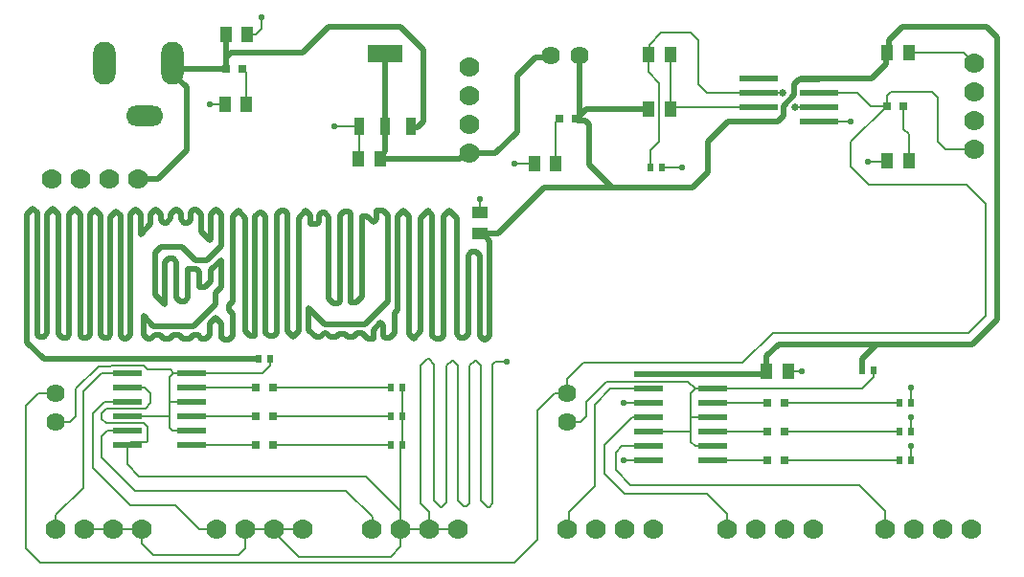
<source format=gtl>
G04*
G04 #@! TF.GenerationSoftware,Altium Limited,Altium Designer,22.1.2 (22)*
G04*
G04 Layer_Physical_Order=1*
G04 Layer_Color=255*
%FSLAX25Y25*%
%MOIN*%
G70*
G04*
G04 #@! TF.SameCoordinates,52BC5A9B-E7CF-49AA-A5AC-D027EE08C1C4*
G04*
G04*
G04 #@! TF.FilePolarity,Positive*
G04*
G01*
G75*
%ADD10C,0.02000*%
%ADD12C,0.00600*%
%ADD20R,0.03150X0.03150*%
%ADD21R,0.02362X0.02756*%
%ADD22R,0.03937X0.05709*%
%ADD23R,0.12200X0.06300*%
%ADD24R,0.03300X0.06300*%
%ADD25R,0.10433X0.02362*%
%ADD26R,0.13386X0.02362*%
%ADD27R,0.05709X0.03937*%
%ADD40C,0.07000*%
%ADD41C,0.06378*%
%ADD42O,0.07874X0.14961*%
%ADD43O,0.12992X0.07087*%
%ADD44C,0.02200*%
%ADD45C,0.02500*%
D10*
X85828Y84328D02*
Y126000D01*
X84172Y84328D02*
X85828D01*
Y126000D02*
X87328Y127500D01*
X82500Y86000D02*
X84172Y84328D01*
X82500Y86000D02*
Y125500D01*
X80000Y128000D02*
X82500Y125500D01*
X88000Y127500D02*
X89500Y126000D01*
Y85500D02*
X90672Y84328D01*
X92328D02*
X93500Y85500D01*
X89500D02*
Y126000D01*
X90672Y84328D02*
X92328D01*
X93500Y85500D02*
Y126828D01*
X87328Y127500D02*
X88000D01*
X269563Y164563D02*
X273437Y168437D01*
X261051Y159181D02*
X267828D01*
X269563Y160916D01*
Y164563D01*
X55672Y111250D02*
X57328D01*
X58500Y110078D01*
X51000Y98750D02*
Y113250D01*
X54500Y95250D02*
Y110078D01*
X53000Y115250D02*
X60500D01*
X51000Y113250D02*
X53000Y115250D01*
X51000Y98750D02*
X54500Y95250D01*
Y110078D02*
X55672Y111250D01*
X61328Y96578D02*
X62500Y97750D01*
X59672Y96578D02*
X61328D01*
X58500Y97750D02*
X59672Y96578D01*
X58500Y97750D02*
Y110078D01*
X13500Y85250D02*
Y126750D01*
X12328Y84078D02*
X13500Y85250D01*
X10000Y84750D02*
X10672Y84078D01*
X12328D01*
X10000Y84750D02*
Y127250D01*
X18599Y83901D02*
X20256D01*
X17500Y85000D02*
X18599Y83901D01*
X20256D02*
X21000Y84645D01*
Y126750D01*
X17500Y85000D02*
Y126750D01*
X27493Y83664D02*
X28500Y84672D01*
Y126750D01*
X25836Y83664D02*
X27493D01*
X25000Y84500D02*
X25836Y83664D01*
X25000Y84500D02*
Y126750D01*
X32000Y84593D02*
Y126250D01*
X34578Y83672D02*
X35500Y84593D01*
X32000D02*
X32922Y83672D01*
X35500Y84593D02*
Y125750D01*
X32922Y83672D02*
X34578D01*
X128172Y125172D02*
Y128000D01*
X127000Y124000D02*
X128172Y125172D01*
X130500Y128000D02*
X132000Y126500D01*
X124781Y126219D02*
X127000Y124000D01*
X128172Y128000D02*
X130500D01*
X123000Y126219D02*
X124781D01*
X115500Y96500D02*
Y126506D01*
X119000Y96000D02*
Y127006D01*
X115500Y126506D02*
X116672Y127678D01*
X118328D02*
X119000Y127006D01*
X116672Y127678D02*
X118328D01*
X97000Y86000D02*
Y127000D01*
X96000Y128000D02*
X97000Y127000D01*
X93500Y126828D02*
X94672Y128000D01*
X96000D01*
X198028Y159425D02*
Y160575D01*
X58336Y76319D02*
X86819D01*
X12181D02*
X46499D01*
X165500Y83000D02*
X166000D01*
X167500Y84500D01*
X164000D02*
X165500Y83000D01*
X156000Y85000D02*
X157172Y83828D01*
X158828D01*
X160000Y85000D01*
Y112500D01*
X161172Y113672D02*
X162828D01*
X164000Y112500D01*
X160000D02*
X161172Y113672D01*
X156000Y85000D02*
Y125500D01*
X164000Y84500D02*
Y112500D01*
X167500Y84500D02*
Y117396D01*
X164886Y120010D02*
X167500Y117396D01*
X164000Y120010D02*
X164886D01*
X150328Y83328D02*
X151500Y84500D01*
X147500D02*
X148672Y83328D01*
X150328D01*
X147500Y84500D02*
Y126500D01*
X86819Y76319D02*
X87000Y76500D01*
X6500Y82000D02*
X12181Y76319D01*
X46537Y76281D02*
X58298D01*
X58336Y76319D01*
X123000Y98000D02*
Y126219D01*
X151500Y84500D02*
Y126000D01*
X135500Y93500D02*
Y126000D01*
X143500Y86000D02*
Y125500D01*
X139500Y85000D02*
Y126000D01*
X132000Y96500D02*
Y126500D01*
X111500Y97500D02*
Y125891D01*
X101000Y86000D02*
Y125500D01*
X78000Y96500D02*
Y126000D01*
X74000Y101250D02*
Y110750D01*
X70500Y103250D02*
Y107250D01*
X66500Y101250D02*
Y106750D01*
X62500Y97750D02*
Y107750D01*
X42500Y84750D02*
Y126750D01*
X39000Y84422D02*
Y126250D01*
X46499Y76319D02*
X46537Y76281D01*
X6500Y82000D02*
Y126750D01*
X13500D02*
X15500Y128750D01*
X28500Y126750D02*
X30000Y128250D01*
X23000Y128750D02*
X25000Y126750D01*
X15500Y128750D02*
X17500Y126750D01*
X21000D02*
X23000Y128750D01*
X30000Y128250D02*
X32000Y126250D01*
X6500Y126750D02*
X8500Y128750D01*
X10000Y127250D01*
X164886Y120010D02*
X170510D01*
X186500Y136000D01*
X210000D01*
X169500Y148000D02*
X177000Y155500D01*
X160500Y148000D02*
X169500D01*
X177000Y155500D02*
Y175000D01*
X159147Y148000D02*
X160500D01*
X153500Y128000D02*
X156000Y125500D01*
X151500Y126000D02*
X153500Y128000D01*
X146000D02*
X147500Y126500D01*
X143500Y125500D02*
X146000Y128000D01*
X141000Y83500D02*
X143500Y86000D01*
X139500Y85000D02*
X141000Y83500D01*
X137500Y128000D02*
X139500Y126000D01*
X135500D02*
X137500Y128000D01*
X134500Y92500D02*
X135500Y93500D01*
X134500Y85500D02*
Y92500D01*
X132828Y83828D02*
X134500Y85500D01*
X130500Y84500D02*
X131172Y83828D01*
X132828D01*
X130500Y84500D02*
Y88000D01*
X129500Y89000D02*
X130500Y88000D01*
X127000Y83500D02*
Y86500D01*
X129500Y89000D01*
X123078Y85422D02*
X125000Y83500D01*
X127000D01*
X121422Y85422D02*
X123078D01*
X120000Y84000D02*
X121422Y85422D01*
X118000Y84000D02*
X120000D01*
X117000Y85000D02*
X118000Y84000D01*
X115000Y85000D02*
X117000D01*
X112000Y84000D02*
X114000D01*
X115000Y85000D01*
X110500Y85500D02*
X112000Y84000D01*
X110000Y85500D02*
X110500D01*
X108500Y84000D02*
X110000Y85500D01*
X107000Y84000D02*
X108500D01*
X104500Y86500D02*
X107000Y84000D01*
X104500Y86500D02*
Y94000D01*
X110172Y88328D01*
X111828D01*
X112000Y88500D01*
X124000D01*
X132000Y96500D01*
X109900Y127490D02*
X111500Y125891D01*
X108991Y127490D02*
X109900D01*
X108000Y126500D02*
X108991Y127490D01*
X108000Y124000D02*
Y126500D01*
X107500Y123500D02*
X108000Y124000D01*
X105000Y123500D02*
X107500D01*
X105000D02*
Y126500D01*
X103500Y128000D02*
X105000Y126500D01*
X101000Y125500D02*
X103500Y128000D01*
X113172Y95828D02*
X114828D01*
X115500Y96500D01*
X111500Y97500D02*
X113172Y95828D01*
X121000Y96000D02*
X123000Y98000D01*
X119000Y96000D02*
X121000D01*
X37500Y127750D02*
X39000Y126250D01*
X44500Y128250D02*
X46000Y126750D01*
X44000Y128250D02*
X44500D01*
X46000Y119750D02*
X49500Y123250D01*
X51000Y128250D02*
X51500D01*
X53000Y126750D01*
Y124750D02*
Y126750D01*
Y124750D02*
X54000Y123750D01*
X55000D01*
X58828Y128250D02*
X60000Y127078D01*
X61172Y123750D02*
X62500D01*
X67000Y120750D02*
Y126750D01*
X55000Y123750D02*
X56500Y125250D01*
X70000Y117750D02*
X70500Y118250D01*
X64500Y128250D02*
X65500D01*
X46000Y119750D02*
Y126750D01*
X69000Y110750D02*
X74000Y115750D01*
X42500Y126750D02*
X44000Y128250D01*
X47000Y84750D02*
X48500Y83250D01*
X56500Y125250D02*
Y126750D01*
X68500Y101250D02*
X70500Y103250D01*
Y107250D02*
X74000Y110750D01*
X57500Y84750D02*
X59328D01*
X50922Y84672D02*
X52578D01*
X49500Y126750D02*
X51000Y128250D01*
X66500Y101250D02*
X68500D01*
X70500Y118250D02*
Y126750D01*
X52578Y84672D02*
X54000Y83250D01*
X66078Y84672D02*
X67172Y83578D01*
X68717D02*
X70000Y84861D01*
X64422Y84672D02*
X66078D01*
X59328Y84750D02*
X60828Y83250D01*
X56000D02*
X57500Y84750D01*
X49500Y123250D02*
Y126750D01*
X63000Y83250D02*
X64422Y84672D01*
X60000Y124922D02*
X61172Y123750D01*
X56500Y126750D02*
X58000Y128250D01*
X72000D02*
X72500D01*
X70000Y84861D02*
Y88750D01*
X48500Y83250D02*
X49500D01*
X64500Y87750D02*
X72000Y95250D01*
X65500Y107750D02*
X66500Y106750D01*
X40172Y83250D02*
X41000D01*
X72500Y128250D02*
X74000Y126750D01*
X54000Y83250D02*
X56000D01*
X70000Y88750D02*
X72000Y90750D01*
X47000Y91250D02*
X50500Y87750D01*
X67000Y120750D02*
X70000Y117750D01*
X72000Y99250D02*
X74000Y101250D01*
X62500Y123750D02*
X63500Y124750D01*
Y127250D02*
X64500Y128250D01*
X60500Y115250D02*
X65000Y110750D01*
X50500Y87750D02*
X64500D01*
X47000Y84750D02*
Y91250D01*
X49500Y83250D02*
X50922Y84672D01*
X41000Y83250D02*
X42500Y84750D01*
X60000Y124922D02*
Y127078D01*
X63500Y124750D02*
Y127250D01*
X72000Y95250D02*
Y99250D01*
X70500Y126750D02*
X72000Y128250D01*
X39000Y84422D02*
X40172Y83250D01*
X65500Y128250D02*
X67000Y126750D01*
X74000Y115750D02*
Y126750D01*
X67172Y83578D02*
X68717D01*
X62500Y107750D02*
X65500D01*
X60828Y83250D02*
X63000D01*
X65000Y110750D02*
X69000D01*
X58000Y128250D02*
X58828D01*
X35500Y125750D02*
X37500Y127750D01*
X99000Y84000D02*
X101000Y86000D01*
X97000D02*
X99000Y84000D01*
X76578Y93422D02*
X78000Y92000D01*
X76578Y93422D02*
Y95078D01*
X78000Y96500D01*
Y84500D02*
Y92000D01*
X74000Y83750D02*
X74250D01*
X74922Y83078D02*
X76578D01*
X74250Y83750D02*
X74922Y83078D01*
X76578D02*
X78000Y84500D01*
X74000Y83750D02*
Y88750D01*
X72000Y90750D02*
X74000Y88750D01*
X78000Y126000D02*
X80000Y128000D01*
X305760Y183000D02*
X306413Y183653D01*
X305500Y182740D02*
X305760Y183000D01*
X263760Y72000D02*
Y77356D01*
Y71969D02*
Y72000D01*
X301904Y81500D02*
X335500D01*
X344000Y90000D01*
Y188500D01*
X297031Y72500D02*
Y76565D01*
X301904Y81437D01*
X263760Y77356D02*
X267904Y81500D01*
X301904D01*
Y81437D02*
Y81500D01*
X222835Y71000D02*
X245000D01*
X202000Y144000D02*
X210000Y136000D01*
X238000D01*
X243500Y141500D01*
X245000Y71000D02*
X262791D01*
X263760Y71969D01*
X306413Y183653D02*
Y187413D01*
X311172Y192172D01*
X340328D01*
X344000Y188500D01*
X243500Y141500D02*
Y152000D01*
X250500Y159000D01*
X260870D01*
X198547Y161094D02*
X200953Y163500D01*
X198028Y160575D02*
X198547Y161094D01*
X197453Y160000D02*
X198028Y160575D01*
X200953Y163500D02*
X222760D01*
X222260Y164000D02*
X222760Y163500D01*
X198028Y159425D02*
X200575D01*
X198547Y161094D02*
Y182000D01*
X183500Y181500D02*
X188047D01*
X188547Y182000D01*
X177000Y175000D02*
X183500Y181500D01*
X75533Y177514D02*
Y189486D01*
X140100Y157400D02*
X140500Y157000D01*
X142500D02*
X144500Y159000D01*
X140500Y157000D02*
X142500D01*
X144500Y159000D02*
Y184000D01*
X136500Y192000D02*
X144500Y184000D01*
X102500Y183000D02*
X111500Y192000D01*
X77500Y183000D02*
X102500D01*
X111500Y192000D02*
X136500D01*
X200575Y159425D02*
X202000Y158000D01*
Y144000D02*
Y158000D01*
X129240Y146000D02*
X157147D01*
X159147Y148000D01*
X129240Y146886D02*
X131000Y148646D01*
X129240Y146000D02*
Y146886D01*
X131000Y148646D02*
Y157400D01*
Y182600D01*
X75547Y181047D02*
X77500Y183000D01*
X75547Y177500D02*
Y181047D01*
X45000Y139000D02*
X52000D01*
X62000Y149000D01*
X57122Y175902D02*
X62000Y171024D01*
X57122Y175902D02*
Y179500D01*
X62000Y149000D02*
Y171024D01*
X282130Y174000D02*
X300500D01*
X273437Y168437D02*
Y172084D01*
X275172Y173819D02*
X281949D01*
X273437Y172084D02*
X275172Y173819D01*
X281949D02*
X282130Y174000D01*
X305500Y179000D02*
Y182740D01*
X300500Y174000D02*
X305500Y179000D01*
X75533Y177514D02*
X75547Y177500D01*
X75520Y189500D02*
X75533Y189486D01*
X57122Y179500D02*
X59122Y177500D01*
X75547D01*
D12*
X314000Y41032D02*
Y46000D01*
X313968Y41000D02*
X314000Y41032D01*
Y51032D02*
Y56000D01*
X313968Y51000D02*
X314000Y51032D01*
X313968Y61000D02*
X314000Y61032D01*
Y66500D01*
X36500Y17000D02*
X46500D01*
X26500D02*
X36500D01*
X46500Y12000D02*
Y17000D01*
Y12000D02*
X50500Y8000D01*
X80000D01*
X92500Y17000D02*
X102500D01*
X82500D02*
X92500D01*
X82500Y10500D02*
Y17000D01*
X133000Y7500D02*
X136500Y11000D01*
Y17000D01*
X126661Y17161D02*
Y21339D01*
X117500Y30500D02*
X126661Y21339D01*
X44000Y30500D02*
X117500D01*
X66500Y17000D02*
X72500D01*
X58000Y25500D02*
X66500Y17000D01*
X146500D02*
X156500D01*
X146500D02*
Y23000D01*
X136500Y17000D02*
X146500D01*
X136500D02*
Y23500D01*
X305000Y17000D02*
Y23500D01*
X243000Y29500D02*
X250000Y22500D01*
Y17000D02*
Y22500D01*
X195000Y17500D02*
Y23000D01*
X194500Y17000D02*
X195000Y17500D01*
X296000Y32500D02*
X305000Y23500D01*
X214500Y29500D02*
X243000D01*
X101000Y7500D02*
X133000D01*
X92500Y16000D02*
X101000Y7500D01*
X80000Y8000D02*
X82500Y10500D01*
X143500Y26000D02*
X146500Y23000D01*
X124500Y35500D02*
X136500Y23500D01*
Y46031D01*
X136969Y46500D01*
X45500Y35500D02*
X124500D01*
X156500Y27000D02*
X158500Y25000D01*
X160500Y26000D02*
Y74000D01*
X159500Y25000D02*
X160500Y26000D01*
X158500Y25000D02*
X159500D01*
X156500Y27000D02*
Y74000D01*
X168500Y26000D02*
Y74500D01*
X164500Y27000D02*
X166752Y24748D01*
X167248D01*
X168500Y26000D01*
X169500Y75500D02*
X173500D01*
X168500Y74500D02*
X169500Y75500D01*
X164500Y27000D02*
Y74000D01*
X162749Y75752D02*
X164500Y74000D01*
X160500D02*
X162251Y75752D01*
X162749D01*
X154748D02*
X156500Y74000D01*
X154252Y75752D02*
X154748D01*
X152500Y74000D02*
X154252Y75752D01*
X152500Y26500D02*
Y74000D01*
X150749Y24748D02*
X152500Y26500D01*
X150251Y24748D02*
X150749D01*
X148000Y27000D02*
X150251Y24748D01*
X148000Y27000D02*
Y74500D01*
X146248Y76252D02*
X148000Y74500D01*
X145752Y76252D02*
X146248D01*
X143500Y74000D02*
X145752Y76252D01*
X143500Y26000D02*
Y74000D01*
X266430Y169048D02*
X269452D01*
X266382Y169000D02*
X266430Y169048D01*
X273548Y163952D02*
X282082D01*
X282130Y164000D01*
X56260Y72741D02*
X57500Y71500D01*
X47090Y73981D02*
X48330Y72741D01*
X35299Y73700D02*
X35580Y73981D01*
X48330Y72741D02*
X56260D01*
X35580Y73981D02*
X47090D01*
X23500Y66000D02*
X31200Y73700D01*
X35299D01*
X243000Y169000D02*
X266382D01*
X176000Y144500D02*
X183020D01*
X184000Y58500D02*
X190000Y64500D01*
X194500D01*
X184000Y13500D02*
Y58500D01*
X176000Y5500D02*
X184000Y13500D01*
X11000Y5500D02*
X176000D01*
X6000Y10500D02*
X11000Y5500D01*
X6000Y10500D02*
Y60000D01*
X10500Y64500D01*
X16500D01*
X194500D02*
Y69500D01*
X200000Y75000D01*
X255500D01*
X266000Y85500D01*
X208000Y68500D02*
X236500D01*
X200900Y61400D02*
X208000Y68500D01*
X236500D02*
X239000Y66000D01*
X266000Y85500D02*
X334000D01*
X340000Y91500D01*
Y130500D01*
X333500Y137000D02*
X340000Y130500D01*
X299500Y137000D02*
X333500D01*
X293000Y143500D02*
X299500Y137000D01*
X88000Y191500D02*
Y195500D01*
X26000Y31500D02*
Y65000D01*
X23500Y56500D02*
Y66000D01*
X26000Y65000D02*
X32500Y71500D01*
X41335D01*
X16500Y54500D02*
X21500D01*
X33500Y61500D02*
X41335D01*
X29500Y38500D02*
Y57500D01*
X32500D02*
X34019Y59019D01*
X32500Y55500D02*
X33981Y54019D01*
X29500Y57500D02*
X33500Y61500D01*
X32500Y55500D02*
Y57500D01*
X21500Y54500D02*
X23500Y56500D01*
X34019Y59019D02*
X47519D01*
X16500Y22000D02*
X26000Y31500D01*
X271240Y72000D02*
X276000D01*
X32500Y42000D02*
X44000Y30500D01*
X29500Y38500D02*
X42500Y25500D01*
X58000D01*
X32500Y42000D02*
Y49500D01*
X41335Y39665D02*
Y46500D01*
Y39665D02*
X45500Y35500D01*
X41335Y46500D02*
X42216Y47381D01*
X47881D01*
X48252Y47752D01*
X47052Y54019D02*
X48252Y52819D01*
Y47752D02*
Y52819D01*
X33981Y54019D02*
X47052D01*
X47519Y59019D02*
X49500Y61000D01*
Y64500D01*
X47500Y66500D02*
X49500Y64500D01*
X41335Y66500D02*
X47500D01*
X32500Y49500D02*
X34500Y51500D01*
X41335D01*
X16500Y17000D02*
Y22000D01*
X56000Y61500D02*
Y70000D01*
Y56500D02*
Y61500D01*
X63665D01*
X56000Y52500D02*
Y56500D01*
X41335D02*
X56000D01*
Y52500D02*
X57000Y51500D01*
X56000Y70000D02*
X57500Y71500D01*
X63665D01*
X57000Y51500D02*
X63665D01*
Y66500D02*
X86047D01*
X63665Y56500D02*
X86047D01*
X63665Y46500D02*
X86047D01*
X88500Y71500D02*
X90937Y73937D01*
Y76500D01*
X63665Y71500D02*
X88500D01*
X293000Y143500D02*
Y151953D01*
X136969Y46500D02*
Y56500D01*
Y66500D01*
X91953Y46500D02*
X133031D01*
X91953Y56500D02*
X133031D01*
X91953Y66500D02*
X133031D01*
X200900Y56400D02*
Y61400D01*
X194500Y54500D02*
X199000D01*
X200900Y56400D01*
X204000Y60500D02*
X209500Y66000D01*
X195000Y23000D02*
X204000Y32000D01*
Y60500D01*
X209500Y66000D02*
X222835D01*
X207500Y36500D02*
Y46500D01*
X217000Y56000D01*
X207500Y36500D02*
X214500Y29500D01*
X211248Y37751D02*
X216500Y32500D01*
X296000D01*
X211248Y37751D02*
Y43749D01*
X217000Y56000D02*
X222835D01*
X211248Y43749D02*
X213500Y46000D01*
X222835D01*
X214000Y41000D02*
X222835D01*
X214000Y61000D02*
X222835D01*
X237500Y51000D02*
Y56000D01*
Y47500D02*
Y51000D01*
X222835D02*
X237500D01*
X239000Y46000D02*
X245165D01*
X237500Y47500D02*
X239000Y46000D01*
X237500Y64500D02*
X239000Y66000D01*
X245165D01*
X237500Y56000D02*
Y64500D01*
Y56000D02*
X245165D01*
X269905Y41000D02*
X310032D01*
X270000Y51000D02*
X309531D01*
X269905Y61000D02*
X309531D01*
X245165Y41000D02*
X264000D01*
X245165Y51000D02*
X264094D01*
X245165Y61000D02*
X264000D01*
X300969Y72500D02*
X301000Y72469D01*
Y70000D02*
Y72469D01*
X297000Y66000D02*
X301000Y70000D01*
X245165Y66000D02*
X297000D01*
X293000Y151953D02*
X305547Y164500D01*
X305260Y145000D02*
X305760Y145500D01*
X299000Y145000D02*
X305260D01*
X282130Y159000D02*
X293000D01*
X313240Y145500D02*
Y154760D01*
X311453Y156547D02*
X313240Y154760D01*
X311453Y156547D02*
Y164500D01*
X323500Y152000D02*
Y167500D01*
X307000Y169500D02*
X321500D01*
X323500Y167500D01*
X326000Y149500D02*
X336000D01*
X323500Y152000D02*
X326000Y149500D01*
X305547Y164500D02*
Y168047D01*
X307000Y169500D01*
X300000Y164500D02*
X305547D01*
X295500Y169000D02*
X300000Y164500D01*
X282130Y169000D02*
X295500D01*
X223500Y143000D02*
Y149000D01*
X226500Y152000D01*
X222748Y176251D02*
Y176749D01*
X226500Y152000D02*
Y172500D01*
X222748Y176749D02*
X222760Y176760D01*
X222748Y176251D02*
X226500Y172500D01*
X222760Y176760D02*
Y182500D01*
X230240Y163500D02*
X230740Y164000D01*
X230240Y163500D02*
X230240Y163500D01*
X230740Y164000D02*
X260870D01*
X230240Y163500D02*
Y182500D01*
X223002Y185903D02*
X227099Y190000D01*
X223002Y182742D02*
Y185903D01*
X227099Y190000D02*
X237500D01*
X222760Y182500D02*
X223002Y182742D01*
X240000Y172000D02*
X243000Y169000D01*
X240000Y172000D02*
Y187500D01*
X237500Y190000D02*
X240000Y187500D01*
X260370Y163500D02*
X260870Y164000D01*
X190500Y158953D02*
X191547Y160000D01*
X190500Y144500D02*
Y158953D01*
X82728Y171896D02*
Y176225D01*
X82740Y165000D02*
Y171883D01*
X82728Y171896D02*
X82740Y171883D01*
X81453Y177500D02*
X82728Y176225D01*
X70000Y165000D02*
X75260D01*
X121800Y157500D02*
X121900Y157400D01*
X113500Y157500D02*
X121800D01*
X83000Y189500D02*
X86000D01*
X88000Y191500D01*
X332500Y183000D02*
X336000Y179500D01*
X313240Y183000D02*
X332500D01*
X227437Y143000D02*
X234469D01*
X121760Y146000D02*
X121900Y146140D01*
Y157400D01*
X164000Y126740D02*
Y132000D01*
D20*
X191547Y160000D02*
D03*
X197453D02*
D03*
X91953Y46500D02*
D03*
X86047D02*
D03*
X91953Y56500D02*
D03*
X86047D02*
D03*
X91953Y66500D02*
D03*
X86047D02*
D03*
X81453Y177500D02*
D03*
X75547D02*
D03*
X269905Y61000D02*
D03*
X264000D02*
D03*
X269905Y41000D02*
D03*
X264000D02*
D03*
X270000Y51000D02*
D03*
X264094D02*
D03*
X311453Y164500D02*
D03*
X305547D02*
D03*
D21*
X133031Y46500D02*
D03*
X136969D02*
D03*
X133031Y56500D02*
D03*
X136969D02*
D03*
X310032Y41000D02*
D03*
X313968D02*
D03*
X310032Y51000D02*
D03*
X313968D02*
D03*
X310032Y61000D02*
D03*
X313968D02*
D03*
X297031Y72500D02*
D03*
X300969D02*
D03*
X227437Y143000D02*
D03*
X223500D02*
D03*
X133031Y66500D02*
D03*
X136969D02*
D03*
X87000Y76500D02*
D03*
X90937D02*
D03*
D22*
X83000Y189500D02*
D03*
X75520D02*
D03*
X75260Y165000D02*
D03*
X82740D02*
D03*
X263760Y72000D02*
D03*
X271240D02*
D03*
X230240Y182500D02*
D03*
X222760D02*
D03*
X230240Y163500D02*
D03*
X222760D02*
D03*
X305760Y145500D02*
D03*
X313240D02*
D03*
X313240Y183000D02*
D03*
X305760D02*
D03*
X121760Y146000D02*
D03*
X129240D02*
D03*
X183020Y144500D02*
D03*
X190500D02*
D03*
D23*
X131000Y182600D02*
D03*
D24*
X121900Y157400D02*
D03*
X131000D02*
D03*
X140100D02*
D03*
D25*
X245000Y71000D02*
D03*
X245165Y66000D02*
D03*
Y61000D02*
D03*
Y56000D02*
D03*
Y51000D02*
D03*
Y46000D02*
D03*
Y41000D02*
D03*
X222835D02*
D03*
Y46000D02*
D03*
Y51000D02*
D03*
Y56000D02*
D03*
Y61000D02*
D03*
Y66000D02*
D03*
Y71000D02*
D03*
X41335Y76500D02*
D03*
Y71500D02*
D03*
Y66500D02*
D03*
Y61500D02*
D03*
Y56500D02*
D03*
Y51500D02*
D03*
Y46500D02*
D03*
X63665D02*
D03*
Y51500D02*
D03*
Y56500D02*
D03*
Y61500D02*
D03*
Y66500D02*
D03*
Y71500D02*
D03*
X63500Y76500D02*
D03*
D26*
X282130Y159000D02*
D03*
Y164000D02*
D03*
Y169000D02*
D03*
Y174000D02*
D03*
X260870D02*
D03*
Y169000D02*
D03*
Y164000D02*
D03*
Y159000D02*
D03*
D27*
X164000Y127490D02*
D03*
Y120010D02*
D03*
D40*
X82500Y17000D02*
D03*
X72500D02*
D03*
X102500D02*
D03*
X92500D02*
D03*
X136500D02*
D03*
X126500D02*
D03*
X156500D02*
D03*
X146500D02*
D03*
X26500D02*
D03*
X16500D02*
D03*
X46500D02*
D03*
X36500D02*
D03*
X35000Y139000D02*
D03*
X45000D02*
D03*
X15000D02*
D03*
X25000D02*
D03*
X160500Y168000D02*
D03*
Y178000D02*
D03*
Y148000D02*
D03*
Y158000D02*
D03*
X315000Y17000D02*
D03*
X305000D02*
D03*
X335000D02*
D03*
X325000D02*
D03*
X260000D02*
D03*
X250000D02*
D03*
X280000D02*
D03*
X270000D02*
D03*
X204500D02*
D03*
X194500D02*
D03*
X224500D02*
D03*
X214500D02*
D03*
X336000Y169500D02*
D03*
Y179500D02*
D03*
Y149500D02*
D03*
Y159500D02*
D03*
D41*
X16500Y54500D02*
D03*
Y64500D02*
D03*
X188547Y182000D02*
D03*
X198547D02*
D03*
X194500Y54500D02*
D03*
Y64500D02*
D03*
D42*
X57122Y179500D02*
D03*
X33500D02*
D03*
D43*
X47280Y161193D02*
D03*
D44*
X314000Y46000D02*
D03*
Y56000D02*
D03*
Y66500D02*
D03*
X173500Y75500D02*
D03*
X176000Y144500D02*
D03*
X88000Y195500D02*
D03*
X276000Y72000D02*
D03*
X299000Y145000D02*
D03*
X293000Y159000D02*
D03*
X70000Y165000D02*
D03*
X113500Y157500D02*
D03*
X214000Y41000D02*
D03*
Y61000D02*
D03*
X234469Y143000D02*
D03*
X164000Y132000D02*
D03*
D45*
X269452Y169048D02*
D03*
X273548Y163952D02*
D03*
M02*

</source>
